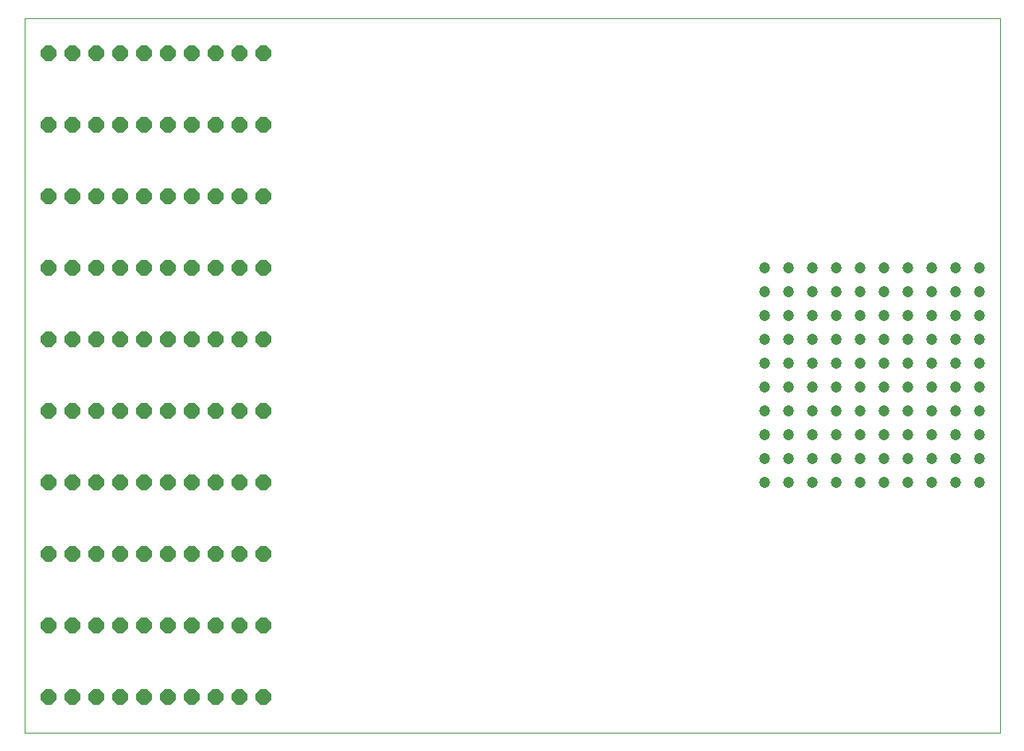
<source format=gts>
G75*
%MOIN*%
%OFA0B0*%
%FSLAX25Y25*%
%IPPOS*%
%LPD*%
%AMOC8*
5,1,8,0,0,1.08239X$1,22.5*
%
%ADD10C,0.00000*%
%ADD11OC8,0.06400*%
%ADD12C,0.04731*%
D10*
X0001000Y0001000D02*
X0001000Y0300961D01*
X0409701Y0300961D01*
X0409701Y0001000D01*
X0001000Y0001000D01*
D11*
X0011000Y0016000D03*
X0021000Y0016000D03*
X0031000Y0016000D03*
X0041000Y0016000D03*
X0051000Y0016000D03*
X0061000Y0016000D03*
X0071000Y0016000D03*
X0081000Y0016000D03*
X0091000Y0016000D03*
X0101000Y0016000D03*
X0101000Y0046000D03*
X0091000Y0046000D03*
X0081000Y0046000D03*
X0071000Y0046000D03*
X0061000Y0046000D03*
X0051000Y0046000D03*
X0041000Y0046000D03*
X0031000Y0046000D03*
X0021000Y0046000D03*
X0011000Y0046000D03*
X0011000Y0076000D03*
X0021000Y0076000D03*
X0031000Y0076000D03*
X0041000Y0076000D03*
X0051000Y0076000D03*
X0061000Y0076000D03*
X0071000Y0076000D03*
X0081000Y0076000D03*
X0091000Y0076000D03*
X0101000Y0076000D03*
X0101000Y0106000D03*
X0091000Y0106000D03*
X0081000Y0106000D03*
X0071000Y0106000D03*
X0061000Y0106000D03*
X0051000Y0106000D03*
X0041000Y0106000D03*
X0031000Y0106000D03*
X0021000Y0106000D03*
X0011000Y0106000D03*
X0011000Y0136000D03*
X0021000Y0136000D03*
X0031000Y0136000D03*
X0041000Y0136000D03*
X0051000Y0136000D03*
X0061000Y0136000D03*
X0071000Y0136000D03*
X0081000Y0136000D03*
X0091000Y0136000D03*
X0101000Y0136000D03*
X0101000Y0166000D03*
X0091000Y0166000D03*
X0081000Y0166000D03*
X0071000Y0166000D03*
X0061000Y0166000D03*
X0051000Y0166000D03*
X0041000Y0166000D03*
X0031000Y0166000D03*
X0021000Y0166000D03*
X0011000Y0166000D03*
X0011000Y0196000D03*
X0021000Y0196000D03*
X0031000Y0196000D03*
X0041000Y0196000D03*
X0051000Y0196000D03*
X0061000Y0196000D03*
X0071000Y0196000D03*
X0081000Y0196000D03*
X0091000Y0196000D03*
X0101000Y0196000D03*
X0101000Y0226000D03*
X0091000Y0226000D03*
X0081000Y0226000D03*
X0071000Y0226000D03*
X0061000Y0226000D03*
X0051000Y0226000D03*
X0041000Y0226000D03*
X0031000Y0226000D03*
X0021000Y0226000D03*
X0011000Y0226000D03*
X0011000Y0256000D03*
X0021000Y0256000D03*
X0031000Y0256000D03*
X0041000Y0256000D03*
X0051000Y0256000D03*
X0061000Y0256000D03*
X0071000Y0256000D03*
X0081000Y0256000D03*
X0091000Y0256000D03*
X0101000Y0256000D03*
X0101000Y0286000D03*
X0091000Y0286000D03*
X0081000Y0286000D03*
X0071000Y0286000D03*
X0061000Y0286000D03*
X0051000Y0286000D03*
X0041000Y0286000D03*
X0031000Y0286000D03*
X0021000Y0286000D03*
X0011000Y0286000D03*
D12*
X0311000Y0196000D03*
X0311000Y0186000D03*
X0311000Y0176000D03*
X0321000Y0176000D03*
X0331000Y0176000D03*
X0341000Y0176000D03*
X0341000Y0186000D03*
X0331000Y0186000D03*
X0321000Y0186000D03*
X0321000Y0196000D03*
X0331000Y0196000D03*
X0341000Y0196000D03*
X0351000Y0196000D03*
X0361000Y0196000D03*
X0361000Y0186000D03*
X0351000Y0186000D03*
X0351000Y0176000D03*
X0361000Y0176000D03*
X0371000Y0176000D03*
X0381000Y0176000D03*
X0391000Y0176000D03*
X0391000Y0186000D03*
X0381000Y0186000D03*
X0371000Y0186000D03*
X0371000Y0196000D03*
X0381000Y0196000D03*
X0391000Y0196000D03*
X0401000Y0196000D03*
X0401000Y0186000D03*
X0401000Y0176000D03*
X0401000Y0166000D03*
X0401000Y0156000D03*
X0401000Y0146000D03*
X0401000Y0136000D03*
X0391000Y0136000D03*
X0381000Y0136000D03*
X0371000Y0136000D03*
X0371000Y0146000D03*
X0381000Y0146000D03*
X0391000Y0146000D03*
X0391000Y0156000D03*
X0381000Y0156000D03*
X0371000Y0156000D03*
X0371000Y0166000D03*
X0381000Y0166000D03*
X0391000Y0166000D03*
X0361000Y0166000D03*
X0351000Y0166000D03*
X0351000Y0156000D03*
X0361000Y0156000D03*
X0361000Y0146000D03*
X0351000Y0146000D03*
X0351000Y0136000D03*
X0361000Y0136000D03*
X0361000Y0126000D03*
X0351000Y0126000D03*
X0351000Y0116000D03*
X0361000Y0116000D03*
X0361000Y0106000D03*
X0351000Y0106000D03*
X0341000Y0106000D03*
X0331000Y0106000D03*
X0321000Y0106000D03*
X0321000Y0116000D03*
X0331000Y0116000D03*
X0341000Y0116000D03*
X0341000Y0126000D03*
X0331000Y0126000D03*
X0321000Y0126000D03*
X0311000Y0126000D03*
X0311000Y0116000D03*
X0311000Y0106000D03*
X0311000Y0136000D03*
X0311000Y0146000D03*
X0311000Y0156000D03*
X0311000Y0166000D03*
X0321000Y0166000D03*
X0331000Y0166000D03*
X0341000Y0166000D03*
X0341000Y0156000D03*
X0331000Y0156000D03*
X0321000Y0156000D03*
X0321000Y0146000D03*
X0331000Y0146000D03*
X0341000Y0146000D03*
X0341000Y0136000D03*
X0331000Y0136000D03*
X0321000Y0136000D03*
X0371000Y0126000D03*
X0381000Y0126000D03*
X0391000Y0126000D03*
X0391000Y0116000D03*
X0381000Y0116000D03*
X0371000Y0116000D03*
X0371000Y0106000D03*
X0381000Y0106000D03*
X0391000Y0106000D03*
X0401000Y0106000D03*
X0401000Y0116000D03*
X0401000Y0126000D03*
M02*

</source>
